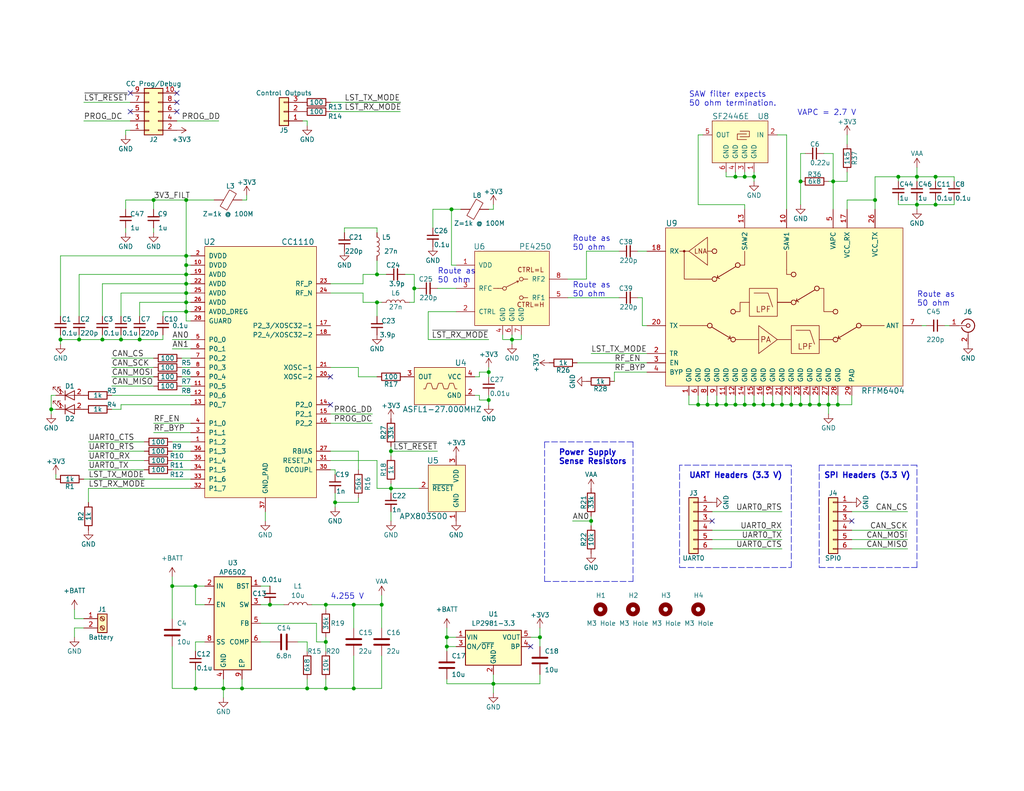
<source format=kicad_sch>
(kicad_sch (version 20210621) (generator eeschema)
  (paper "USLetter")
  (title_block (title "OpenLST Reference Design") (date "2021-07-11") (rev "2.5") (comment 1 "Drawn by Ryan Kingsbury, Modified by Nathan Kerns") (comment 2 "License") (comment 3 "This work is licensed under a Creative Commons Attribution-ShareAlike 4.0 International") (comment 4 "Copyright 2021 Nathan Kerns, Copyright 2018 Planet Labs Inc"))
  (junction (at 13.97 111.76) (diameter 0.9144))
  (junction (at 16.51 92.71) (diameter 0.9144))
  (junction (at 21.59 92.71) (diameter 0.9144))
  (junction (at 27.94 92.71) (diameter 0.9144))
  (junction (at 33.02 92.71) (diameter 0.9144))
  (junction (at 38.1 92.71) (diameter 0.9144))
  (junction (at 41.91 54.61) (diameter 0.9144))
  (junction (at 46.99 160.02) (diameter 0.9144))
  (junction (at 50.8 54.61) (diameter 0.9144))
  (junction (at 50.8 69.85) (diameter 0.9144))
  (junction (at 50.8 72.39) (diameter 0.9144))
  (junction (at 50.8 74.93) (diameter 0.9144))
  (junction (at 50.8 77.47) (diameter 0.9144))
  (junction (at 50.8 80.01) (diameter 0.9144))
  (junction (at 50.8 82.55) (diameter 0.9144))
  (junction (at 50.8 85.09) (diameter 0.9144))
  (junction (at 53.34 160.02) (diameter 0.9144))
  (junction (at 53.34 187.96) (diameter 0.9144))
  (junction (at 60.96 187.96) (diameter 0.9144))
  (junction (at 66.04 187.96) (diameter 0.9144))
  (junction (at 73.66 165.1) (diameter 0.9144))
  (junction (at 83.82 187.96) (diameter 0.9144))
  (junction (at 88.9 165.1) (diameter 0.9144))
  (junction (at 88.9 175.26) (diameter 0.9144))
  (junction (at 88.9 187.96) (diameter 0.9144))
  (junction (at 91.44 137.16) (diameter 0.9144))
  (junction (at 96.52 165.1) (diameter 0.9144))
  (junction (at 96.52 187.96) (diameter 0.9144))
  (junction (at 102.87 74.93) (diameter 0.9144))
  (junction (at 102.87 82.55) (diameter 0.9144))
  (junction (at 104.14 165.1) (diameter 0.9144))
  (junction (at 106.68 123.19) (diameter 0.9144))
  (junction (at 106.68 133.35) (diameter 0.9144))
  (junction (at 113.03 78.74) (diameter 0.9144))
  (junction (at 121.92 173.99) (diameter 0.9144))
  (junction (at 121.92 176.53) (diameter 0.9144))
  (junction (at 123.19 57.15) (diameter 0.9144))
  (junction (at 133.35 101.6) (diameter 0.9144))
  (junction (at 133.35 109.22) (diameter 0.9144))
  (junction (at 134.62 186.69) (diameter 0.9144))
  (junction (at 139.7 92.71) (diameter 0.9144))
  (junction (at 147.32 173.99) (diameter 0.9144))
  (junction (at 161.29 142.24) (diameter 0.9144))
  (junction (at 190.5 110.49) (diameter 0.9144))
  (junction (at 193.04 110.49) (diameter 0.9144))
  (junction (at 195.58 110.49) (diameter 0.9144))
  (junction (at 198.12 110.49) (diameter 0.9144))
  (junction (at 200.66 48.26) (diameter 0.9144))
  (junction (at 200.66 110.49) (diameter 0.9144))
  (junction (at 203.2 48.26) (diameter 0.9144))
  (junction (at 203.2 110.49) (diameter 0.9144))
  (junction (at 205.74 48.26) (diameter 0.9144))
  (junction (at 205.74 110.49) (diameter 0.9144))
  (junction (at 208.28 110.49) (diameter 0.9144))
  (junction (at 210.82 110.49) (diameter 0.9144))
  (junction (at 213.36 110.49) (diameter 0.9144))
  (junction (at 215.9 110.49) (diameter 0.9144))
  (junction (at 218.44 49.53) (diameter 0.9144))
  (junction (at 218.44 110.49) (diameter 0.9144))
  (junction (at 220.98 110.49) (diameter 0.9144))
  (junction (at 223.52 110.49) (diameter 0.9144))
  (junction (at 226.06 110.49) (diameter 0.9144))
  (junction (at 227.33 49.53) (diameter 0.9144))
  (junction (at 228.6 110.49) (diameter 0.9144))
  (junction (at 238.76 54.61) (diameter 0.9144))
  (junction (at 245.11 48.26) (diameter 0.9144))
  (junction (at 250.19 48.26) (diameter 0.9144))
  (junction (at 250.19 55.88) (diameter 0.9144))
  (junction (at 255.27 48.26) (diameter 0.9144))
  (junction (at 255.27 55.88) (diameter 0.9144))
  (no_connect (at 35.56 25.4))
  (no_connect (at 35.56 30.48))
  (no_connect (at 48.26 25.4))
  (no_connect (at 48.26 27.94))
  (no_connect (at 48.26 30.48))
  (no_connect (at 90.17 102.87))
  (no_connect (at 90.17 110.49))
  (no_connect (at 144.78 176.53))
  (no_connect (at 194.31 142.24))
  (no_connect (at 232.41 142.24))
  (wire (pts (xy 13.97 107.95) (xy 13.97 111.76)))
  (wire (pts (xy 13.97 111.76) (xy 13.97 113.03)))
  (wire (pts (xy 15.24 107.95) (xy 13.97 107.95)))
  (wire (pts (xy 15.24 111.76) (xy 13.97 111.76)))
  (wire (pts (xy 15.24 129.54) (xy 15.24 130.81)))
  (wire (pts (xy 16.51 69.85) (xy 50.8 69.85)))
  (wire (pts (xy 16.51 86.36) (xy 16.51 69.85)))
  (wire (pts (xy 16.51 91.44) (xy 16.51 92.71)))
  (wire (pts (xy 16.51 92.71) (xy 16.51 93.98)))
  (wire (pts (xy 16.51 92.71) (xy 21.59 92.71)))
  (wire (pts (xy 20.32 166.37) (xy 20.32 168.91)))
  (wire (pts (xy 20.32 168.91) (xy 22.86 168.91)))
  (wire (pts (xy 20.32 171.45) (xy 20.32 173.99)))
  (wire (pts (xy 21.59 74.93) (xy 50.8 74.93)))
  (wire (pts (xy 21.59 86.36) (xy 21.59 74.93)))
  (wire (pts (xy 21.59 92.71) (xy 21.59 91.44)))
  (wire (pts (xy 21.59 92.71) (xy 27.94 92.71)))
  (wire (pts (xy 22.86 33.02) (xy 35.56 33.02)))
  (wire (pts (xy 22.86 130.81) (xy 52.07 130.81)))
  (wire (pts (xy 22.86 171.45) (xy 20.32 171.45)))
  (wire (pts (xy 24.13 133.35) (xy 24.13 137.16)))
  (wire (pts (xy 24.13 133.35) (xy 52.07 133.35)))
  (wire (pts (xy 27.94 77.47) (xy 50.8 77.47)))
  (wire (pts (xy 27.94 86.36) (xy 27.94 77.47)))
  (wire (pts (xy 27.94 92.71) (xy 27.94 91.44)))
  (wire (pts (xy 27.94 92.71) (xy 33.02 92.71)))
  (wire (pts (xy 30.48 97.79) (xy 41.91 97.79)))
  (wire (pts (xy 30.48 100.33) (xy 41.91 100.33)))
  (wire (pts (xy 30.48 102.87) (xy 41.91 102.87)))
  (wire (pts (xy 30.48 105.41) (xy 41.91 105.41)))
  (wire (pts (xy 30.48 107.95) (xy 52.07 107.95)))
  (wire (pts (xy 30.48 111.76) (xy 33.02 111.76)))
  (wire (pts (xy 33.02 80.01) (xy 50.8 80.01)))
  (wire (pts (xy 33.02 86.36) (xy 33.02 80.01)))
  (wire (pts (xy 33.02 92.71) (xy 33.02 91.44)))
  (wire (pts (xy 33.02 92.71) (xy 38.1 92.71)))
  (wire (pts (xy 33.02 110.49) (xy 33.02 111.76)))
  (wire (pts (xy 34.29 35.56) (xy 35.56 35.56)))
  (wire (pts (xy 34.29 36.83) (xy 34.29 35.56)))
  (wire (pts (xy 34.29 54.61) (xy 41.91 54.61)))
  (wire (pts (xy 34.29 57.15) (xy 34.29 54.61)))
  (wire (pts (xy 34.29 63.5) (xy 34.29 62.23)))
  (wire (pts (xy 35.56 27.94) (xy 22.86 27.94)))
  (wire (pts (xy 38.1 82.55) (xy 50.8 82.55)))
  (wire (pts (xy 38.1 86.36) (xy 38.1 82.55)))
  (wire (pts (xy 38.1 92.71) (xy 38.1 91.44)))
  (wire (pts (xy 38.1 92.71) (xy 44.45 92.71)))
  (wire (pts (xy 39.37 120.65) (xy 24.13 120.65)))
  (wire (pts (xy 39.37 123.19) (xy 24.13 123.19)))
  (wire (pts (xy 39.37 125.73) (xy 24.13 125.73)))
  (wire (pts (xy 39.37 128.27) (xy 24.13 128.27)))
  (wire (pts (xy 41.91 54.61) (xy 41.91 57.15)))
  (wire (pts (xy 41.91 54.61) (xy 50.8 54.61)))
  (wire (pts (xy 41.91 62.23) (xy 41.91 63.5)))
  (wire (pts (xy 44.45 85.09) (xy 44.45 86.36)))
  (wire (pts (xy 44.45 85.09) (xy 50.8 85.09)))
  (wire (pts (xy 44.45 92.71) (xy 44.45 91.44)))
  (wire (pts (xy 46.99 120.65) (xy 52.07 120.65)))
  (wire (pts (xy 46.99 123.19) (xy 52.07 123.19)))
  (wire (pts (xy 46.99 125.73) (xy 52.07 125.73)))
  (wire (pts (xy 46.99 128.27) (xy 52.07 128.27)))
  (wire (pts (xy 46.99 157.48) (xy 46.99 160.02)))
  (wire (pts (xy 46.99 160.02) (xy 46.99 168.91)))
  (wire (pts (xy 46.99 160.02) (xy 53.34 160.02)))
  (wire (pts (xy 46.99 176.53) (xy 46.99 187.96)))
  (wire (pts (xy 46.99 187.96) (xy 53.34 187.96)))
  (wire (pts (xy 48.26 33.02) (xy 59.69 33.02)))
  (wire (pts (xy 49.53 97.79) (xy 52.07 97.79)))
  (wire (pts (xy 49.53 100.33) (xy 52.07 100.33)))
  (wire (pts (xy 49.53 102.87) (xy 52.07 102.87)))
  (wire (pts (xy 49.53 105.41) (xy 52.07 105.41)))
  (wire (pts (xy 50.8 54.61) (xy 50.8 69.85)))
  (wire (pts (xy 50.8 54.61) (xy 58.42 54.61)))
  (wire (pts (xy 50.8 69.85) (xy 50.8 72.39)))
  (wire (pts (xy 50.8 69.85) (xy 52.07 69.85)))
  (wire (pts (xy 50.8 72.39) (xy 50.8 74.93)))
  (wire (pts (xy 50.8 72.39) (xy 52.07 72.39)))
  (wire (pts (xy 50.8 74.93) (xy 50.8 77.47)))
  (wire (pts (xy 50.8 74.93) (xy 52.07 74.93)))
  (wire (pts (xy 50.8 77.47) (xy 50.8 80.01)))
  (wire (pts (xy 50.8 77.47) (xy 52.07 77.47)))
  (wire (pts (xy 50.8 80.01) (xy 50.8 82.55)))
  (wire (pts (xy 50.8 80.01) (xy 52.07 80.01)))
  (wire (pts (xy 50.8 82.55) (xy 50.8 85.09)))
  (wire (pts (xy 50.8 82.55) (xy 52.07 82.55)))
  (wire (pts (xy 50.8 85.09) (xy 50.8 87.63)))
  (wire (pts (xy 50.8 85.09) (xy 52.07 85.09)))
  (wire (pts (xy 50.8 87.63) (xy 52.07 87.63)))
  (wire (pts (xy 52.07 92.71) (xy 46.99 92.71)))
  (wire (pts (xy 52.07 95.25) (xy 46.99 95.25)))
  (wire (pts (xy 52.07 110.49) (xy 33.02 110.49)))
  (wire (pts (xy 52.07 115.57) (xy 41.91 115.57)))
  (wire (pts (xy 52.07 118.11) (xy 41.91 118.11)))
  (wire (pts (xy 53.34 160.02) (xy 53.34 165.1)))
  (wire (pts (xy 53.34 165.1) (xy 55.88 165.1)))
  (wire (pts (xy 53.34 175.26) (xy 55.88 175.26)))
  (wire (pts (xy 53.34 177.8) (xy 53.34 175.26)))
  (wire (pts (xy 53.34 187.96) (xy 53.34 182.88)))
  (wire (pts (xy 55.88 160.02) (xy 53.34 160.02)))
  (wire (pts (xy 60.96 185.42) (xy 60.96 187.96)))
  (wire (pts (xy 60.96 187.96) (xy 53.34 187.96)))
  (wire (pts (xy 60.96 187.96) (xy 60.96 190.5)))
  (wire (pts (xy 66.04 185.42) (xy 66.04 187.96)))
  (wire (pts (xy 66.04 187.96) (xy 60.96 187.96)))
  (wire (pts (xy 67.31 53.34) (xy 67.31 54.61)))
  (wire (pts (xy 67.31 54.61) (xy 66.04 54.61)))
  (wire (pts (xy 71.12 160.02) (xy 73.66 160.02)))
  (wire (pts (xy 71.12 165.1) (xy 73.66 165.1)))
  (wire (pts (xy 71.12 170.18) (xy 86.36 170.18)))
  (wire (pts (xy 71.12 175.26) (xy 73.66 175.26)))
  (wire (pts (xy 72.39 139.7) (xy 72.39 142.24)))
  (wire (pts (xy 73.66 165.1) (xy 77.47 165.1)))
  (wire (pts (xy 81.28 175.26) (xy 83.82 175.26)))
  (wire (pts (xy 82.55 33.02) (xy 83.82 33.02)))
  (wire (pts (xy 83.82 33.02) (xy 83.82 34.29)))
  (wire (pts (xy 83.82 175.26) (xy 83.82 177.8)))
  (wire (pts (xy 83.82 185.42) (xy 83.82 187.96)))
  (wire (pts (xy 83.82 187.96) (xy 66.04 187.96)))
  (wire (pts (xy 85.09 165.1) (xy 88.9 165.1)))
  (wire (pts (xy 86.36 170.18) (xy 86.36 175.26)))
  (wire (pts (xy 86.36 175.26) (xy 88.9 175.26)))
  (wire (pts (xy 88.9 165.1) (xy 88.9 166.37)))
  (wire (pts (xy 88.9 173.99) (xy 88.9 175.26)))
  (wire (pts (xy 88.9 175.26) (xy 88.9 177.8)))
  (wire (pts (xy 88.9 185.42) (xy 88.9 187.96)))
  (wire (pts (xy 88.9 187.96) (xy 83.82 187.96)))
  (wire (pts (xy 90.17 27.94) (xy 109.22 27.94)))
  (wire (pts (xy 90.17 30.48) (xy 109.22 30.48)))
  (wire (pts (xy 90.17 100.33) (xy 97.79 100.33)))
  (wire (pts (xy 90.17 113.03) (xy 101.6 113.03)))
  (wire (pts (xy 90.17 115.57) (xy 101.6 115.57)))
  (wire (pts (xy 90.17 123.19) (xy 97.79 123.19)))
  (wire (pts (xy 90.17 125.73) (xy 102.87 125.73)))
  (wire (pts (xy 90.17 128.27) (xy 91.44 128.27)))
  (wire (pts (xy 91.44 128.27) (xy 91.44 129.54)))
  (wire (pts (xy 91.44 134.62) (xy 91.44 137.16)))
  (wire (pts (xy 91.44 137.16) (xy 91.44 138.43)))
  (wire (pts (xy 93.98 62.23) (xy 93.98 63.5)))
  (wire (pts (xy 96.52 165.1) (xy 88.9 165.1)))
  (wire (pts (xy 96.52 171.45) (xy 96.52 165.1)))
  (wire (pts (xy 96.52 179.07) (xy 96.52 187.96)))
  (wire (pts (xy 96.52 187.96) (xy 88.9 187.96)))
  (wire (pts (xy 97.79 100.33) (xy 97.79 102.87)))
  (wire (pts (xy 97.79 102.87) (xy 102.87 102.87)))
  (wire (pts (xy 97.79 123.19) (xy 97.79 128.27)))
  (wire (pts (xy 97.79 135.89) (xy 97.79 137.16)))
  (wire (pts (xy 97.79 137.16) (xy 91.44 137.16)))
  (wire (pts (xy 99.06 74.93) (xy 102.87 74.93)))
  (wire (pts (xy 99.06 77.47) (xy 90.17 77.47)))
  (wire (pts (xy 99.06 77.47) (xy 99.06 74.93)))
  (wire (pts (xy 99.06 80.01) (xy 90.17 80.01)))
  (wire (pts (xy 99.06 82.55) (xy 99.06 80.01)))
  (wire (pts (xy 99.06 82.55) (xy 102.87 82.55)))
  (wire (pts (xy 102.87 62.23) (xy 93.98 62.23)))
  (wire (pts (xy 102.87 63.5) (xy 102.87 62.23)))
  (wire (pts (xy 102.87 74.93) (xy 102.87 71.12)))
  (wire (pts (xy 102.87 74.93) (xy 105.41 74.93)))
  (wire (pts (xy 102.87 82.55) (xy 102.87 86.36)))
  (wire (pts (xy 102.87 82.55) (xy 104.14 82.55)))
  (wire (pts (xy 102.87 125.73) (xy 102.87 133.35)))
  (wire (pts (xy 102.87 133.35) (xy 106.68 133.35)))
  (wire (pts (xy 104.14 162.56) (xy 104.14 165.1)))
  (wire (pts (xy 104.14 165.1) (xy 96.52 165.1)))
  (wire (pts (xy 104.14 171.45) (xy 104.14 165.1)))
  (wire (pts (xy 104.14 179.07) (xy 104.14 187.96)))
  (wire (pts (xy 104.14 187.96) (xy 96.52 187.96)))
  (wire (pts (xy 106.68 121.92) (xy 106.68 123.19)))
  (wire (pts (xy 106.68 123.19) (xy 106.68 124.46)))
  (wire (pts (xy 106.68 123.19) (xy 119.38 123.19)))
  (wire (pts (xy 106.68 132.08) (xy 106.68 133.35)))
  (wire (pts (xy 106.68 133.35) (xy 106.68 134.62)))
  (wire (pts (xy 106.68 133.35) (xy 114.3 133.35)))
  (wire (pts (xy 106.68 139.7) (xy 106.68 142.24)))
  (wire (pts (xy 113.03 74.93) (xy 110.49 74.93)))
  (wire (pts (xy 113.03 74.93) (xy 113.03 78.74)))
  (wire (pts (xy 113.03 78.74) (xy 113.03 82.55)))
  (wire (pts (xy 113.03 82.55) (xy 111.76 82.55)))
  (wire (pts (xy 114.3 78.74) (xy 113.03 78.74)))
  (wire (pts (xy 116.84 85.09) (xy 116.84 92.71)))
  (wire (pts (xy 116.84 92.71) (xy 133.35 92.71)))
  (wire (pts (xy 118.11 57.15) (xy 123.19 57.15)))
  (wire (pts (xy 118.11 62.23) (xy 118.11 57.15)))
  (wire (pts (xy 119.38 78.74) (xy 124.46 78.74)))
  (wire (pts (xy 121.92 171.45) (xy 121.92 173.99)))
  (wire (pts (xy 121.92 173.99) (xy 124.46 173.99)))
  (wire (pts (xy 121.92 176.53) (xy 121.92 173.99)))
  (wire (pts (xy 121.92 176.53) (xy 121.92 177.8)))
  (wire (pts (xy 121.92 185.42) (xy 121.92 186.69)))
  (wire (pts (xy 121.92 186.69) (xy 134.62 186.69)))
  (wire (pts (xy 123.19 57.15) (xy 123.19 72.39)))
  (wire (pts (xy 123.19 57.15) (xy 125.73 57.15)))
  (wire (pts (xy 123.19 72.39) (xy 124.46 72.39)))
  (wire (pts (xy 124.46 85.09) (xy 116.84 85.09)))
  (wire (pts (xy 124.46 176.53) (xy 121.92 176.53)))
  (wire (pts (xy 129.54 102.87) (xy 130.81 102.87)))
  (wire (pts (xy 129.54 107.95) (xy 130.81 107.95)))
  (wire (pts (xy 130.81 101.6) (xy 133.35 101.6)))
  (wire (pts (xy 130.81 102.87) (xy 130.81 101.6)))
  (wire (pts (xy 130.81 107.95) (xy 130.81 109.22)))
  (wire (pts (xy 130.81 109.22) (xy 133.35 109.22)))
  (wire (pts (xy 133.35 100.33) (xy 133.35 101.6)))
  (wire (pts (xy 133.35 101.6) (xy 133.35 102.87)))
  (wire (pts (xy 133.35 107.95) (xy 133.35 109.22)))
  (wire (pts (xy 133.35 109.22) (xy 133.35 110.49)))
  (wire (pts (xy 134.62 55.88) (xy 134.62 57.15)))
  (wire (pts (xy 134.62 57.15) (xy 133.35 57.15)))
  (wire (pts (xy 134.62 186.69) (xy 134.62 184.15)))
  (wire (pts (xy 134.62 186.69) (xy 134.62 189.23)))
  (wire (pts (xy 137.16 92.71) (xy 137.16 91.44)))
  (wire (pts (xy 139.7 91.44) (xy 139.7 92.71)))
  (wire (pts (xy 139.7 92.71) (xy 137.16 92.71)))
  (wire (pts (xy 139.7 93.98) (xy 139.7 92.71)))
  (wire (pts (xy 142.24 91.44) (xy 142.24 92.71)))
  (wire (pts (xy 142.24 92.71) (xy 139.7 92.71)))
  (wire (pts (xy 144.78 173.99) (xy 147.32 173.99)))
  (wire (pts (xy 147.32 171.45) (xy 147.32 173.99)))
  (wire (pts (xy 147.32 173.99) (xy 147.32 176.53)))
  (wire (pts (xy 147.32 184.15) (xy 147.32 186.69)))
  (wire (pts (xy 147.32 186.69) (xy 134.62 186.69)))
  (wire (pts (xy 154.94 81.28) (xy 168.91 81.28)))
  (wire (pts (xy 157.48 99.06) (xy 176.53 99.06)))
  (wire (pts (xy 160.02 68.58) (xy 160.02 76.2)))
  (wire (pts (xy 160.02 76.2) (xy 154.94 76.2)))
  (wire (pts (xy 161.29 140.97) (xy 161.29 142.24)))
  (wire (pts (xy 161.29 142.24) (xy 156.21 142.24)))
  (wire (pts (xy 161.29 142.24) (xy 161.29 143.51)))
  (wire (pts (xy 167.64 101.6) (xy 167.64 104.14)))
  (wire (pts (xy 167.64 101.6) (xy 176.53 101.6)))
  (wire (pts (xy 168.91 68.58) (xy 160.02 68.58)))
  (wire (pts (xy 173.99 68.58) (xy 176.53 68.58)))
  (wire (pts (xy 173.99 81.28) (xy 175.26 81.28)))
  (wire (pts (xy 175.26 81.28) (xy 175.26 88.9)))
  (wire (pts (xy 175.26 88.9) (xy 176.53 88.9)))
  (wire (pts (xy 176.53 96.52) (xy 161.29 96.52)))
  (wire (pts (xy 187.96 107.95) (xy 187.96 110.49)))
  (wire (pts (xy 187.96 110.49) (xy 190.5 110.49)))
  (wire (pts (xy 190.5 36.83) (xy 190.5 55.88)))
  (wire (pts (xy 190.5 55.88) (xy 203.2 55.88)))
  (wire (pts (xy 190.5 107.95) (xy 190.5 110.49)))
  (wire (pts (xy 190.5 110.49) (xy 193.04 110.49)))
  (wire (pts (xy 191.77 36.83) (xy 190.5 36.83)))
  (wire (pts (xy 193.04 107.95) (xy 193.04 110.49)))
  (wire (pts (xy 193.04 110.49) (xy 195.58 110.49)))
  (wire (pts (xy 194.31 139.7) (xy 213.36 139.7)))
  (wire (pts (xy 194.31 144.78) (xy 213.36 144.78)))
  (wire (pts (xy 194.31 147.32) (xy 213.36 147.32)))
  (wire (pts (xy 194.31 149.86) (xy 213.36 149.86)))
  (wire (pts (xy 195.58 107.95) (xy 195.58 110.49)))
  (wire (pts (xy 198.12 46.99) (xy 198.12 48.26)))
  (wire (pts (xy 198.12 48.26) (xy 200.66 48.26)))
  (wire (pts (xy 198.12 107.95) (xy 198.12 110.49)))
  (wire (pts (xy 198.12 110.49) (xy 195.58 110.49)))
  (wire (pts (xy 198.12 110.49) (xy 200.66 110.49)))
  (wire (pts (xy 200.66 48.26) (xy 200.66 46.99)))
  (wire (pts (xy 200.66 48.26) (xy 203.2 48.26)))
  (wire (pts (xy 200.66 107.95) (xy 200.66 110.49)))
  (wire (pts (xy 200.66 110.49) (xy 203.2 110.49)))
  (wire (pts (xy 203.2 46.99) (xy 203.2 48.26)))
  (wire (pts (xy 203.2 48.26) (xy 205.74 48.26)))
  (wire (pts (xy 203.2 55.88) (xy 203.2 57.15)))
  (wire (pts (xy 203.2 107.95) (xy 203.2 110.49)))
  (wire (pts (xy 203.2 110.49) (xy 205.74 110.49)))
  (wire (pts (xy 205.74 46.99) (xy 205.74 48.26)))
  (wire (pts (xy 205.74 48.26) (xy 205.74 49.53)))
  (wire (pts (xy 205.74 107.95) (xy 205.74 110.49)))
  (wire (pts (xy 205.74 110.49) (xy 208.28 110.49)))
  (wire (pts (xy 208.28 107.95) (xy 208.28 110.49)))
  (wire (pts (xy 208.28 110.49) (xy 210.82 110.49)))
  (wire (pts (xy 210.82 107.95) (xy 210.82 110.49)))
  (wire (pts (xy 210.82 110.49) (xy 213.36 110.49)))
  (wire (pts (xy 212.09 36.83) (xy 214.63 36.83)))
  (wire (pts (xy 213.36 107.95) (xy 213.36 110.49)))
  (wire (pts (xy 213.36 110.49) (xy 215.9 110.49)))
  (wire (pts (xy 214.63 36.83) (xy 214.63 57.15)))
  (wire (pts (xy 215.9 107.95) (xy 215.9 110.49)))
  (wire (pts (xy 215.9 110.49) (xy 218.44 110.49)))
  (wire (pts (xy 218.44 41.91) (xy 218.44 49.53)))
  (wire (pts (xy 218.44 49.53) (xy 218.44 55.88)))
  (wire (pts (xy 218.44 107.95) (xy 218.44 110.49)))
  (wire (pts (xy 218.44 110.49) (xy 220.98 110.49)))
  (wire (pts (xy 219.71 41.91) (xy 218.44 41.91)))
  (wire (pts (xy 220.98 107.95) (xy 220.98 110.49)))
  (wire (pts (xy 220.98 110.49) (xy 223.52 110.49)))
  (wire (pts (xy 223.52 107.95) (xy 223.52 110.49)))
  (wire (pts (xy 223.52 110.49) (xy 226.06 110.49)))
  (wire (pts (xy 224.79 41.91) (xy 227.33 41.91)))
  (wire (pts (xy 226.06 49.53) (xy 227.33 49.53)))
  (wire (pts (xy 226.06 107.95) (xy 226.06 110.49)))
  (wire (pts (xy 226.06 110.49) (xy 226.06 113.03)))
  (wire (pts (xy 226.06 110.49) (xy 228.6 110.49)))
  (wire (pts (xy 227.33 41.91) (xy 227.33 49.53)))
  (wire (pts (xy 227.33 49.53) (xy 227.33 57.15)))
  (wire (pts (xy 227.33 49.53) (xy 231.14 49.53)))
  (wire (pts (xy 228.6 107.95) (xy 228.6 110.49)))
  (wire (pts (xy 228.6 110.49) (xy 232.41 110.49)))
  (wire (pts (xy 231.14 36.83) (xy 231.14 39.37)))
  (wire (pts (xy 231.14 46.99) (xy 231.14 49.53)))
  (wire (pts (xy 231.14 54.61) (xy 238.76 54.61)))
  (wire (pts (xy 231.14 57.15) (xy 231.14 54.61)))
  (wire (pts (xy 232.41 107.95) (xy 232.41 110.49)))
  (wire (pts (xy 232.41 139.7) (xy 247.65 139.7)))
  (wire (pts (xy 232.41 144.78) (xy 247.65 144.78)))
  (wire (pts (xy 232.41 147.32) (xy 247.65 147.32)))
  (wire (pts (xy 232.41 149.86) (xy 247.65 149.86)))
  (wire (pts (xy 238.76 48.26) (xy 238.76 54.61)))
  (wire (pts (xy 238.76 48.26) (xy 245.11 48.26)))
  (wire (pts (xy 238.76 54.61) (xy 238.76 57.15)))
  (wire (pts (xy 245.11 48.26) (xy 250.19 48.26)))
  (wire (pts (xy 245.11 49.53) (xy 245.11 48.26)))
  (wire (pts (xy 245.11 54.61) (xy 245.11 55.88)))
  (wire (pts (xy 245.11 55.88) (xy 250.19 55.88)))
  (wire (pts (xy 250.19 45.72) (xy 250.19 48.26)))
  (wire (pts (xy 250.19 48.26) (xy 250.19 49.53)))
  (wire (pts (xy 250.19 48.26) (xy 255.27 48.26)))
  (wire (pts (xy 250.19 54.61) (xy 250.19 55.88)))
  (wire (pts (xy 250.19 55.88) (xy 250.19 57.15)))
  (wire (pts (xy 250.19 55.88) (xy 255.27 55.88)))
  (wire (pts (xy 251.46 88.9) (xy 252.73 88.9)))
  (wire (pts (xy 255.27 48.26) (xy 255.27 49.53)))
  (wire (pts (xy 255.27 55.88) (xy 255.27 54.61)))
  (wire (pts (xy 255.27 55.88) (xy 260.35 55.88)))
  (wire (pts (xy 257.81 88.9) (xy 259.08 88.9)))
  (wire (pts (xy 260.35 48.26) (xy 255.27 48.26)))
  (wire (pts (xy 260.35 49.53) (xy 260.35 48.26)))
  (wire (pts (xy 260.35 55.88) (xy 260.35 54.61)))
  (polyline (pts (xy 148.59 120.65) (xy 148.59 158.75)) (stroke (width 0) (type dash)))
  (polyline (pts (xy 148.59 158.75) (xy 172.72 158.75)) (stroke (width 0) (type dash)))
  (polyline (pts (xy 172.72 120.65) (xy 148.59 120.65)) (stroke (width 0) (type dash)))
  (polyline (pts (xy 172.72 158.75) (xy 172.72 120.65)) (stroke (width 0) (type dash)))
  (polyline (pts (xy 185.42 127) (xy 185.42 154.94)) (stroke (width 0) (type dash)))
  (polyline (pts (xy 185.42 154.94) (xy 215.9 154.94)) (stroke (width 0) (type dash)))
  (polyline (pts (xy 215.9 127) (xy 185.42 127)) (stroke (width 0) (type dash)))
  (polyline (pts (xy 215.9 154.94) (xy 215.9 127)) (stroke (width 0) (type dash)))
  (polyline (pts (xy 223.52 127) (xy 223.52 154.94)) (stroke (width 0) (type dash)))
  (polyline (pts (xy 223.52 154.94) (xy 250.19 154.94)) (stroke (width 0) (type dash)))
  (polyline (pts (xy 250.19 127) (xy 223.52 127)) (stroke (width 0) (type dash)))
  (polyline (pts (xy 250.19 154.94) (xy 250.19 127)) (stroke (width 0) (type dash)))
  (text "4.255 V" (at 90.17 163.83 0) (effects (font (size 1.524 1.524)) (justify left bottom)))
  (text "Route as\n50 ohm" (at 119.38 77.47 0) (effects (font (size 1.524 1.524)) (justify left bottom)))
  (text "Power Supply\nSense Resistors" (at 152.4 127 0) (effects (font (size 1.524 1.524) (thickness 0.3048) bold) (justify left bottom)))
  (text "Route as\n50 ohm" (at 156.21 68.58 0) (effects (font (size 1.524 1.524)) (justify left bottom)))
  (text "Route as\n50 ohm" (at 156.21 81.28 0) (effects (font (size 1.524 1.524)) (justify left bottom)))
  (text "SAW filter expects\n50 ohm termination." (at 187.96 29.21 0) (effects (font (size 1.524 1.524)) (justify left bottom)))
  (text "UART Headers (3.3 V)" (at 187.96 130.81 0) (effects (font (size 1.524 1.524) (thickness 0.3048) bold) (justify left bottom)))
  (text "SPI Headers (3.3 V)" (at 224.79 130.81 0) (effects (font (size 1.524 1.524) (thickness 0.3048) bold) (justify left bottom)))
  (text "VAPC = 2.7 V" (at 233.68 31.75 180) (effects (font (size 1.524 1.524)) (justify right bottom)))
  (text "Route as\n50 ohm" (at 250.19 83.82 0) (effects (font (size 1.524 1.524)) (justify left bottom)))
  (label "~{LST_RESET}" (at 22.86 27.94 0) (effects (font (size 1.524 1.524))))
  (label "PROG_DC" (at 22.86 33.02 0) (effects (font (size 1.524 1.524))))
  (label "UART0_CTS" (at 24.13 120.65 0) (effects (font (size 1.524 1.524))))
  (label "UART0_RTS" (at 24.13 123.19 0) (effects (font (size 1.524 1.524))))
  (label "UART0_RX" (at 24.13 125.73 0) (effects (font (size 1.524 1.524))))
  (label "UART0_TX" (at 24.13 128.27 0) (effects (font (size 1.524 1.524))))
  (label "LST_TX_MODE" (at 24.13 130.81 0) (effects (font (size 1.524 1.524))))
  (label "~{LST_RX_MODE}" (at 24.13 133.35 0) (effects (font (size 1.524 1.524))))
  (label "CAN_CS" (at 30.48 97.79 0) (effects (font (size 1.524 1.524))))
  (label "CAN_SCK" (at 30.48 100.33 0) (effects (font (size 1.524 1.524))))
  (label "CAN_MOSI" (at 30.48 102.87 0) (effects (font (size 1.524 1.524))))
  (label "CAN_MISO" (at 30.48 105.41 0) (effects (font (size 1.524 1.524))))
  (label "3V3_FILT" (at 41.91 54.61 0) (effects (font (size 1.524 1.524))))
  (label "RF_EN" (at 41.91 115.57 0) (effects (font (size 1.524 1.524))))
  (label "RF_BYP" (at 41.91 118.11 0) (effects (font (size 1.524 1.524))))
  (label "AN0" (at 46.99 92.71 0) (effects (font (size 1.524 1.524))))
  (label "AN1" (at 46.99 95.25 0) (effects (font (size 1.524 1.524))))
  (label "PROG_DD" (at 49.53 33.02 0) (effects (font (size 1.524 1.524))))
  (label "LST_TX_MODE" (at 93.98 27.94 0) (effects (font (size 1.524 1.524))))
  (label "~{LST_RX_MODE}" (at 93.98 30.48 0) (effects (font (size 1.524 1.524))))
  (label "PROG_DD" (at 101.6 113.03 180) (effects (font (size 1.524 1.524))))
  (label "PROG_DC" (at 101.6 115.57 180) (effects (font (size 1.524 1.524))))
  (label "~{LST_RESET}" (at 119.38 123.19 180) (effects (font (size 1.524 1.524))))
  (label "~{LST_RX_MODE}" (at 133.35 92.71 180) (effects (font (size 1.524 1.524))))
  (label "AN0" (at 156.21 142.24 0) (effects (font (size 1.524 1.524))))
  (label "LST_TX_MODE" (at 161.29 96.52 0) (effects (font (size 1.524 1.524))))
  (label "RF_EN" (at 167.64 99.06 0) (effects (font (size 1.524 1.524))))
  (label "RF_BYP" (at 167.64 101.6 0) (effects (font (size 1.524 1.524))))
  (label "UART0_RTS" (at 213.36 139.7 180) (effects (font (size 1.524 1.524))))
  (label "UART0_RX" (at 213.36 144.78 180) (effects (font (size 1.524 1.524))))
  (label "UART0_TX" (at 213.36 147.32 180) (effects (font (size 1.524 1.524))))
  (label "UART0_CTS" (at 213.36 149.86 180) (effects (font (size 1.524 1.524))))
  (label "CAN_CS" (at 247.65 139.7 180) (effects (font (size 1.524 1.524))))
  (label "CAN_SCK" (at 247.65 144.78 180) (effects (font (size 1.524 1.524))))
  (label "CAN_MOSI" (at 247.65 147.32 180) (effects (font (size 1.524 1.524))))
  (label "CAN_MISO" (at 247.65 149.86 180) (effects (font (size 1.524 1.524))))
  (symbol (lib_id "openlst-hw:+3.3V") (at 15.24 129.54 0) (unit 1)
    (property "Reference" "#PWR031" (effects hide))
    (property "Value" "+3.3V" (at 15.24 125.984 0))
  )
  (symbol (lib_id "power:+BATT") (at 20.32 166.37 0) (unit 1)
    (property "Reference" "#PWR02" (effects hide))
    (property "Value" "+BATT" (at 20.32 161.29 0))
  )
  (symbol (lib_id "power:+BATT") (at 46.99 157.48 0) (unit 1)
    (property "Reference" "#PWR07" (effects hide))
    (property "Value" "+BATT" (at 46.99 152.4 0))
  )
  (symbol (lib_id "openlst-hw:+3.3V") (at 48.26 35.56 270) (unit 1)
    (property "Reference" "#PWR033" (effects hide))
    (property "Value" "+3.3V" (at 49.53 38.1 90))
  )
  (symbol (lib_id "openlst-hw:+3.3V") (at 67.31 53.34 0) (unit 1)
    (property "Reference" "#PWR042" (effects hide))
    (property "Value" "+3.3V" (at 67.31 49.784 0))
  )
  (symbol (lib_id "power:VAA") (at 104.14 162.56 0) (unit 1)
    (property "Reference" "#PWR011" (effects hide))
    (property "Value" "VAA" (at 104.14 158.75 0))
  )
  (symbol (lib_id "openlst-hw:+3.3V") (at 106.68 114.3 0) (unit 1)
    (property "Reference" "#PWR055" (effects hide))
    (property "Value" "+3.3V" (at 106.68 110.744 0))
  )
  (symbol (lib_id "power:+BATT") (at 121.92 171.45 0) (unit 1)
    (property "Reference" "#PWR012" (effects hide))
    (property "Value" "+BATT" (at 121.92 166.37 0))
  )
  (symbol (lib_id "openlst-hw:+3.3V") (at 124.46 124.46 0) (unit 1)
    (property "Reference" "#PWR036" (effects hide))
    (property "Value" "+3.3V" (at 124.46 120.904 0))
  )
  (symbol (lib_id "openlst-hw:+3.3V") (at 133.35 100.33 0) (unit 1)
    (property "Reference" "#PWR034" (effects hide))
    (property "Value" "+3.3V" (at 133.35 96.774 0))
  )
  (symbol (lib_id "openlst-hw:+3.3V") (at 134.62 55.88 0) (unit 1)
    (property "Reference" "#PWR050" (effects hide))
    (property "Value" "+3.3V" (at 134.62 52.324 0))
  )
  (symbol (lib_id "openlst-hw:+3.3V") (at 147.32 171.45 0) (unit 1)
    (property "Reference" "#PWR014" (effects hide))
    (property "Value" "+3.3V" (at 147.32 167.894 0))
  )
  (symbol (lib_id "openlst-hw:+3.3V") (at 149.86 99.06 90) (unit 1)
    (property "Reference" "#PWR0101" (effects hide))
    (property "Value" "+3.3V" (at 146.304 99.06 0))
  )
  (symbol (lib_id "power:VAA") (at 161.29 133.35 0) (unit 1)
    (property "Reference" "#PWR020" (effects hide))
    (property "Value" "VAA" (at 161.29 129.54 0))
  )
  (symbol (lib_id "openlst-hw:+3.3V") (at 231.14 36.83 0) (unit 1)
    (property "Reference" "#PWR028" (effects hide))
    (property "Value" "+3.3V" (at 231.14 33.274 0))
  )
  (symbol (lib_id "power:VAA") (at 250.19 45.72 0) (unit 1)
    (property "Reference" "#PWR021" (effects hide))
    (property "Value" "VAA" (at 250.19 41.91 0))
  )
  (symbol (lib_id "openlst-hw:GND") (at 13.97 113.03 0) (mirror y) (unit 1)
    (property "Reference" "#PWR037" (effects hide))
    (property "Value" "GND" (at 13.97 116.84 0))
  )
  (symbol (lib_id "openlst-hw:GND") (at 16.51 93.98 0) (unit 1)
    (property "Reference" "#PWR043" (effects hide))
    (property "Value" "GND" (at 16.51 97.79 0))
  )
  (symbol (lib_id "openlst-hw:GND") (at 20.32 173.99 0) (unit 1)
    (property "Reference" "#PWR05" (effects hide))
    (property "Value" "GND" (at 20.32 177.8 0))
  )
  (symbol (lib_id "openlst-hw:GND") (at 24.13 144.78 0) (mirror y) (unit 1)
    (property "Reference" "#PWR062" (effects hide))
    (property "Value" "GND" (at 24.13 148.59 0))
  )
  (symbol (lib_id "openlst-hw:GND") (at 34.29 36.83 0) (unit 1)
    (property "Reference" "#PWR032" (effects hide))
    (property "Value" "GND" (at 34.29 40.64 0))
  )
  (symbol (lib_id "openlst-hw:GND") (at 34.29 63.5 0) (unit 1)
    (property "Reference" "#PWR053" (effects hide))
    (property "Value" "GND" (at 34.29 67.31 0))
  )
  (symbol (lib_id "openlst-hw:GND") (at 41.91 63.5 0) (unit 1)
    (property "Reference" "#PWR044" (effects hide))
    (property "Value" "GND" (at 41.91 67.31 0))
  )
  (symbol (lib_id "openlst-hw:GND") (at 60.96 190.5 0) (unit 1)
    (property "Reference" "#PWR010" (effects hide))
    (property "Value" "GND" (at 60.96 194.31 0))
  )
  (symbol (lib_id "openlst-hw:GND") (at 72.39 142.24 0) (unit 1)
    (property "Reference" "#PWR09" (effects hide))
    (property "Value" "GND" (at 72.39 146.05 0))
  )
  (symbol (lib_id "openlst-hw:GND") (at 83.82 34.29 0) (unit 1)
    (property "Reference" "#PWR054" (effects hide))
    (property "Value" "GND" (at 83.82 38.1 0))
  )
  (symbol (lib_id "openlst-hw:GND") (at 91.44 138.43 0) (unit 1)
    (property "Reference" "#PWR025" (effects hide))
    (property "Value" "GND" (at 91.44 142.24 0))
  )
  (symbol (lib_id "openlst-hw:GND") (at 93.98 68.58 0) (unit 1)
    (property "Reference" "#PWR04" (effects hide))
    (property "Value" "GND" (at 93.98 72.39 0))
  )
  (symbol (lib_id "openlst-hw:GND") (at 102.87 91.44 0) (unit 1)
    (property "Reference" "#PWR08" (effects hide))
    (property "Value" "GND" (at 102.87 95.25 0))
  )
  (symbol (lib_id "openlst-hw:GND") (at 106.68 142.24 0) (unit 1)
    (property "Reference" "#PWR026" (effects hide))
    (property "Value" "GND" (at 106.68 146.05 0))
  )
  (symbol (lib_id "openlst-hw:GND") (at 118.11 67.31 0) (unit 1)
    (property "Reference" "#PWR051" (effects hide))
    (property "Value" "GND" (at 118.11 71.12 0))
  )
  (symbol (lib_id "openlst-hw:GND") (at 124.46 142.24 0) (unit 1)
    (property "Reference" "#PWR027" (effects hide))
    (property "Value" "GND" (at 124.46 146.05 0))
  )
  (symbol (lib_id "openlst-hw:GND") (at 133.35 110.49 0) (unit 1)
    (property "Reference" "#PWR035" (effects hide))
    (property "Value" "GND" (at 133.35 114.3 0))
  )
  (symbol (lib_id "openlst-hw:GND") (at 134.62 189.23 0) (unit 1)
    (property "Reference" "#PWR013" (effects hide))
    (property "Value" "GND" (at 134.62 193.04 0))
  )
  (symbol (lib_id "openlst-hw:GND") (at 139.7 93.98 0) (unit 1)
    (property "Reference" "#PWR03" (effects hide))
    (property "Value" "GND" (at 139.7 97.79 0))
  )
  (symbol (lib_id "openlst-hw:GND") (at 160.02 104.14 270) (unit 1)
    (property "Reference" "#PWR030" (effects hide))
    (property "Value" "GND" (at 156.21 104.14 0))
  )
  (symbol (lib_id "openlst-hw:GND") (at 161.29 151.13 0) (unit 1)
    (property "Reference" "#PWR045" (effects hide))
    (property "Value" "GND" (at 161.29 154.94 0))
  )
  (symbol (lib_id "openlst-hw:GND") (at 194.31 137.16 90) (unit 1)
    (property "Reference" "#PWR038" (effects hide))
    (property "Value" "GND" (at 198.12 137.16 0))
  )
  (symbol (lib_id "openlst-hw:GND") (at 205.74 49.53 0) (unit 1)
    (property "Reference" "#PWR049" (effects hide))
    (property "Value" "GND" (at 205.74 53.34 0))
  )
  (symbol (lib_id "openlst-hw:GND") (at 218.44 55.88 0) (unit 1)
    (property "Reference" "#PWR024" (effects hide))
    (property "Value" "GND" (at 218.44 59.69 0))
  )
  (symbol (lib_id "openlst-hw:GND") (at 226.06 113.03 0) (unit 1)
    (property "Reference" "#PWR06" (effects hide))
    (property "Value" "GND" (at 226.06 116.84 0))
  )
  (symbol (lib_id "openlst-hw:GND") (at 232.41 137.16 90) (unit 1)
    (property "Reference" "#PWR0102" (effects hide))
    (property "Value" "GND" (at 236.22 137.16 0))
  )
  (symbol (lib_id "openlst-hw:GND") (at 250.19 57.15 0) (unit 1)
    (property "Reference" "#PWR056" (effects hide))
    (property "Value" "GND" (at 250.19 60.96 0))
  )
  (symbol (lib_id "openlst-hw:GND") (at 264.16 93.98 0) (unit 1)
    (property "Reference" "#PWR01" (effects hide))
    (property "Value" "GND" (at 264.16 97.79 0))
  )
  (symbol (lib_id "Device:L") (at 81.28 165.1 90) (unit 1)
    (property "Reference" "L1" (at 81.28 160.02 90))
    (property "Value" "10u" (at 81.28 162.56 90))
    (property "Footprint" "Inductor_SMD:L_Vishay_IFSC-1515AH_4x4x1.8mm" (effects hide))
    (property "Datasheet" "https://abracon.com/Magnetics/power/ASPI-4030S.pdf" (effects hide))
    (property "Manuf" "Abracon" (effects hide))
    (property "ManufPN" "ASPI-4030S-100M-T" (effects hide))
    (property "Supplier" "Digikey" (effects hide))
    (property "SupplierPN" "535-12314-1-ND" (effects hide))
  )
  (symbol (lib_id "openlst-hw:L") (at 102.87 67.31 0) (unit 1)
    (property "Reference" "L5" (at 105.41 64.77 0))
    (property "Value" "27n" (at 106.68 68.58 0))
    (property "Footprint" "Inductor_SMD:L_0402_1005Metric" (effects hide))
    (property "Manuf" "Murata" (effects hide))
    (property "ManufPN" "LQW15AN27NJ00D" (effects hide))
    (property "Supplier" "Digikey" (effects hide))
    (property "SupplierPN" "490-1151-1-ND" (effects hide))
  )
  (symbol (lib_id "openlst-hw:L") (at 107.95 82.55 90) (unit 1)
    (property "Reference" "L6" (at 107.95 80.01 90))
    (property "Value" "27n" (at 107.95 83.82 90))
    (property "Footprint" "Inductor_SMD:L_0402_1005Metric" (effects hide))
    (property "Manuf" "Murata" (effects hide))
    (property "ManufPN" "LQW15AN27NJ00D" (effects hide))
    (property "Supplier" "Digikey" (effects hide))
    (property "SupplierPN" "490-1151-1-ND" (effects hide))
  )
  (symbol (lib_id "Mechanical:MountingHole") (at 163.83 166.37 0) (unit 1)
    (property "Reference" "H1" (at 162.56 162.5599 0) (effects (justify left)))
    (property "Value" "M3 Hole" (at 160.02 170.1799 0) (effects (justify left)))
    (property "Footprint" "MountingHole:MountingHole_3.2mm_M3" (effects hide))
  )
  (symbol (lib_id "Mechanical:MountingHole") (at 172.72 166.37 0) (unit 1)
    (property "Reference" "H2" (at 171.45 162.5599 0) (effects (justify left)))
    (property "Value" "M3 Hole" (at 168.91 170.1799 0) (effects (justify left)))
    (property "Footprint" "MountingHole:MountingHole_3.2mm_M3" (effects hide))
  )
  (symbol (lib_id "Mechanical:MountingHole") (at 181.61 166.37 0) (unit 1)
    (property "Reference" "H3" (at 180.34 162.5599 0) (effects (justify left)))
    (property "Value" "M3 Hole" (at 177.8 170.1799 0) (effects (justify left)))
    (property "Footprint" "MountingHole:MountingHole_3.2mm_M3" (effects hide))
  )
  (symbol (lib_id "Mechanical:MountingHole") (at 190.5 166.37 0) (unit 1)
    (property "Reference" "H4" (at 189.23 162.5599 0) (effects (justify left)))
    (property "Value" "M3 Hole" (at 186.69 170.1799 0) (effects (justify left)))
    (property "Footprint" "MountingHole:MountingHole_3.2mm_M3" (effects hide))
  )
  (symbol (lib_id "openlst-hw:R") (at 19.05 130.81 270) (unit 1)
    (property "Reference" "R1" (at 19.05 132.842 90))
    (property "Value" "1k" (at 19.05 130.81 90))
    (property "Footprint" "Resistor_SMD:R_0603_1608Metric" (effects hide))
    (property "Manuf" "Yageo" (effects hide))
    (property "ManufPN" "RC0603FR-071KL" (effects hide))
    (property "Supplier" "Digikey" (effects hide))
    (property "SupplierPN" "311-1.00KHRCT-ND" (effects hide))
  )
  (symbol (lib_id "openlst-hw:R") (at 24.13 140.97 0) (mirror y) (unit 1)
    (property "Reference" "R2" (at 22.098 140.97 90))
    (property "Value" "1k" (at 24.13 140.97 90))
    (property "Footprint" "Resistor_SMD:R_0603_1608Metric" (effects hide))
    (property "Manuf" "Yageo" (effects hide))
    (property "ManufPN" "RC0603FR-071KL" (effects hide))
    (property "Supplier" "Digikey" (effects hide))
    (property "SupplierPN" "311-1.00KHRCT-ND" (effects hide))
  )
  (symbol (lib_id "openlst-hw:R") (at 26.67 107.95 90) (mirror x) (unit 1)
    (property "Reference" "R3" (at 30.48 106.68 90))
    (property "Value" "1k" (at 26.67 107.95 90))
    (property "Footprint" "Resistor_SMD:R_0603_1608Metric" (effects hide))
    (property "Manuf" "Yageo" (effects hide))
    (property "ManufPN" "RC0603FR-071KL" (effects hide))
    (property "Supplier" "Digikey" (effects hide))
    (property "SupplierPN" "311-1.00KHRCT-ND" (effects hide))
  )
  (symbol (lib_id "openlst-hw:R") (at 26.67 111.76 90) (mirror x) (unit 1)
    (property "Reference" "R4" (at 30.48 110.49 90))
    (property "Value" "1k" (at 26.67 111.76 90))
    (property "Footprint" "Resistor_SMD:R_0603_1608Metric" (effects hide))
    (property "Manuf" "Yageo" (effects hide))
    (property "ManufPN" "RC0603FR-071KL" (effects hide))
    (property "Supplier" "Digikey" (effects hide))
    (property "SupplierPN" "311-1.00KHRCT-ND" (effects hide))
  )
  (symbol (lib_id "openlst-hw:R") (at 43.18 120.65 270) (unit 1)
    (property "Reference" "R9" (at 48.26 121.92 90))
    (property "Value" "100" (at 43.18 120.65 90))
    (property "Footprint" "Resistor_SMD:R_0603_1608Metric" (effects hide))
    (property "Manuf" "Yageo" (effects hide))
    (property "ManufPN" "RC0603FR-07100RL" (effects hide))
    (property "Supplier" "Digikey" (effects hide))
    (property "SupplierPN" "311-100HRCT-ND" (effects hide))
  )
  (symbol (lib_id "openlst-hw:R") (at 43.18 123.19 270) (unit 1)
    (property "Reference" "R10" (at 48.26 124.46 90))
    (property "Value" "100" (at 43.18 123.19 90))
    (property "Footprint" "Resistor_SMD:R_0603_1608Metric" (effects hide))
    (property "Manuf" "Yageo" (effects hide))
    (property "ManufPN" "RC0603FR-07100RL" (effects hide))
    (property "Supplier" "Digikey" (effects hide))
    (property "SupplierPN" "311-100HRCT-ND" (effects hide))
  )
  (symbol (lib_id "openlst-hw:R") (at 43.18 125.73 270) (unit 1)
    (property "Reference" "R11" (at 48.26 127 90))
    (property "Value" "100" (at 43.18 125.73 90))
    (property "Footprint" "Resistor_SMD:R_0603_1608Metric" (effects hide))
    (property "Manuf" "Yageo" (effects hide))
    (property "ManufPN" "RC0603FR-07100RL" (effects hide))
    (property "Supplier" "Digikey" (effects hide))
    (property "SupplierPN" "311-100HRCT-ND" (effects hide))
  )
  (symbol (lib_id "openlst-hw:R") (at 43.18 128.27 270) (unit 1)
    (property "Reference" "R12" (at 48.26 129.54 90))
    (property "Value" "100" (at 43.18 128.27 90))
    (property "Footprint" "Resistor_SMD:R_0603_1608Metric" (effects hide))
    (property "Manuf" "Yageo" (effects hide))
    (property "ManufPN" "RC0603FR-07100RL" (effects hide))
    (property "Supplier" "Digikey" (effects hide))
    (property "SupplierPN" "311-100HRCT-ND" (effects hide))
  )
  (symbol (lib_id "openlst-hw:R") (at 45.72 97.79 270) (unit 1)
    (property "Reference" "R5" (at 50.8 99.06 90))
    (property "Value" "100" (at 45.72 97.79 90))
    (property "Footprint" "Resistor_SMD:R_0603_1608Metric" (effects hide))
    (property "Manuf" "Yageo" (effects hide))
    (property "ManufPN" "RC0603FR-07100RL" (effects hide))
    (property "Supplier" "Digikey" (effects hide))
    (property "SupplierPN" "311-100HRCT-ND" (effects hide))
  )
  (symbol (lib_id "openlst-hw:R") (at 45.72 100.33 270) (unit 1)
    (property "Reference" "R6" (at 50.8 101.6 90))
    (property "Value" "100" (at 45.72 100.33 90))
    (property "Footprint" "Resistor_SMD:R_0603_1608Metric" (effects hide))
    (property "Manuf" "Yageo" (effects hide))
    (property "ManufPN" "RC0603FR-07100RL" (effects hide))
    (property "Supplier" "Digikey" (effects hide))
    (property "SupplierPN" "311-100HRCT-ND" (effects hide))
  )
  (symbol (lib_id "openlst-hw:R") (at 45.72 102.87 270) (unit 1)
    (property "Reference" "R7" (at 50.8 104.14 90))
    (property "Value" "100" (at 45.72 102.87 90))
    (property "Footprint" "Resistor_SMD:R_0603_1608Metric" (effects hide))
    (property "Manuf" "Yageo" (effects hide))
    (property "ManufPN" "RC0603FR-07100RL" (effects hide))
    (property "Supplier" "Digikey" (effects hide))
    (property "SupplierPN" "311-100HRCT-ND" (effects hide))
  )
  (symbol (lib_id "openlst-hw:R") (at 45.72 105.41 270) (unit 1)
    (property "Reference" "R8" (at 50.8 106.68 90))
    (property "Value" "100" (at 45.72 105.41 90))
    (property "Footprint" "Resistor_SMD:R_0603_1608Metric" (effects hide))
    (property "Manuf" "Yageo" (effects hide))
    (property "ManufPN" "RC0603FR-07100RL" (effects hide))
    (property "Supplier" "Digikey" (effects hide))
    (property "SupplierPN" "311-100HRCT-ND" (effects hide))
  )
  (symbol (lib_id "Device:R") (at 83.82 181.61 0) (unit 1)
    (property "Reference" "R15" (at 83.82 177.7999 0) (effects (justify left)))
    (property "Value" "6k8" (at 83.82 181.6099 90))
    (property "Footprint" "Resistor_SMD:R_0603_1608Metric" (effects hide))
    (property "Manuf" "Yageo" (effects hide))
    (property "ManufPN" "RC0603FR-076K8L" (effects hide))
    (property "Supplier" "Digkey" (effects hide))
    (property "SupplierPN" "311-6.80KHRCT-ND" (effects hide))
  )
  (symbol (lib_id "openlst-hw:R") (at 86.36 27.94 270) (unit 1)
    (property "Reference" "R13" (at 91.44 29.21 90))
    (property "Value" "100" (at 86.36 27.94 90))
    (property "Footprint" "Resistor_SMD:R_0603_1608Metric" (effects hide))
    (property "Manuf" "Yageo" (effects hide))
    (property "ManufPN" "RC0603FR-07100RL" (effects hide))
    (property "Supplier" "Digikey" (effects hide))
    (property "SupplierPN" "311-100HRCT-ND" (effects hide))
  )
  (symbol (lib_id "openlst-hw:R") (at 86.36 30.48 270) (unit 1)
    (property "Reference" "R14" (at 91.44 31.75 90))
    (property "Value" "100" (at 86.36 30.48 90))
    (property "Footprint" "Resistor_SMD:R_0603_1608Metric" (effects hide))
    (property "Manuf" "Yageo" (effects hide))
    (property "ManufPN" "RC0603FR-07100RL" (effects hide))
    (property "Supplier" "Digikey" (effects hide))
    (property "SupplierPN" "311-100HRCT-ND" (effects hide))
  )
  (symbol (lib_id "Device:R") (at 88.9 170.18 0) (unit 1)
    (property "Reference" "R19" (at 90.17 170.1799 0) (effects (justify left)))
    (property "Value" "36k" (at 88.9 170.1799 90))
    (property "Footprint" "Resistor_SMD:R_0603_1608Metric" (effects hide))
    (property "Manuf" "Yageo" (effects hide))
    (property "ManufPN" "RC0603FR-0736KL" (effects hide))
    (property "Supplier" "Digikey" (effects hide))
    (property "SupplierPN" "311-36.0KHRCT-ND" (effects hide))
  )
  (symbol (lib_id "Device:R") (at 88.9 181.61 0) (unit 1)
    (property "Reference" "R20" (at 88.9 177.7999 0) (effects (justify left)))
    (property "Value" "10k" (at 88.9 181.6099 90))
    (property "Footprint" "Resistor_SMD:R_0603_1608Metric" (effects hide))
    (property "Manuf" "Yageo" (effects hide))
    (property "ManufPN" "RC0603FR-0710KL" (effects hide))
    (property "Supplier" "Digikey" (effects hide))
    (property "SupplierPN" "311-10.0KHRCT-ND" (effects hide))
  )
  (symbol (lib_id "openlst-hw:R") (at 97.79 132.08 180) (unit 1)
    (property "Reference" "R16" (at 100.33 132.08 90))
    (property "Value" "56k" (at 97.79 132.08 90))
    (property "Footprint" "Resistor_SMD:R_0603_1608Metric" (effects hide))
    (property "Manuf" "Yageo" (effects hide))
    (property "ManufPN" "RC0603FR-0756KL" (effects hide))
    (property "Supplier" "Digikey" (effects hide))
    (property "SupplierPN" "311-56KHRCT-ND" (effects hide))
  )
  (symbol (lib_id "openlst-hw:R") (at 106.68 102.87 270) (unit 1)
    (property "Reference" "R17" (at 106.68 104.902 90))
    (property "Value" "100" (at 106.68 102.87 90))
    (property "Footprint" "Resistor_SMD:R_0603_1608Metric" (effects hide))
    (property "Manuf" "Yageo" (effects hide))
    (property "ManufPN" "RC0603FR-07100RL" (effects hide))
    (property "Supplier" "Digikey" (effects hide))
    (property "SupplierPN" "311-100HRCT-ND" (effects hide))
  )
  (symbol (lib_id "openlst-hw:R") (at 106.68 118.11 180) (unit 1)
    (property "Reference" "R27" (at 104.648 118.11 90))
    (property "Value" "33k" (at 106.68 118.11 90))
    (property "Footprint" "Resistor_SMD:R_0603_1608Metric" (effects hide))
    (property "Manuf" "Stackpole Electronics" (effects hide))
    (property "ManufPN" "RMCF0603FT33K0" (effects hide))
    (property "Supplier" "Digikey" (effects hide))
    (property "SupplierPN" "RMCF0603FT33K0CT-ND" (effects hide))
  )
  (symbol (lib_id "openlst-hw:R") (at 106.68 128.27 180) (unit 1)
    (property "Reference" "R18" (at 104.648 128.27 90))
    (property "Value" "1k" (at 106.68 128.27 90))
    (property "Footprint" "Resistor_SMD:R_0603_1608Metric" (effects hide))
    (property "Manuf" "Yageo" (effects hide))
    (property "ManufPN" "RC0603FR-071KL" (effects hide))
    (property "Supplier" "Digikey" (effects hide))
    (property "SupplierPN" "311-1.00KHRCT-ND" (effects hide))
  )
  (symbol (lib_id "openlst-hw:R") (at 153.67 99.06 270) (unit 1)
    (property "Reference" "R26" (at 153.67 101.092 90))
    (property "Value" "1k" (at 153.67 99.06 90))
    (property "Footprint" "Resistor_SMD:R_0603_1608Metric" (effects hide))
    (property "Manuf" "Yageo" (effects hide))
    (property "ManufPN" "RC0603FR-071KL" (effects hide))
    (property "Supplier" "Digikey" (effects hide))
    (property "SupplierPN" "311-1.00KHRCT-ND" (effects hide))
  )
  (symbol (lib_id "openlst-hw:R") (at 161.29 137.16 180) (unit 1)
    (property "Reference" "R21" (at 159.258 137.16 90))
    (property "Value" "33k" (at 161.29 137.16 90))
    (property "Footprint" "Resistor_SMD:R_0603_1608Metric" (effects hide))
    (property "Manuf" "Stackpole Electronics" (effects hide))
    (property "ManufPN" "RMCF0603FT33K0" (effects hide))
    (property "Supplier" "Digikey" (effects hide))
    (property "SupplierPN" "RMCF0603FT33K0CT-ND" (effects hide))
  )
  (symbol (lib_id "openlst-hw:R") (at 161.29 147.32 180) (unit 1)
    (property "Reference" "R22" (at 159.258 147.32 90))
    (property "Value" "10k" (at 161.29 147.32 90))
    (property "Footprint" "Resistor_SMD:R_0603_1608Metric" (effects hide))
    (property "Manuf" "Yageo" (effects hide))
    (property "ManufPN" "RC0603FR-0710KL" (effects hide))
    (property "Supplier" "Digikey" (effects hide))
    (property "SupplierPN" "311-10.0KHRCT-ND" (effects hide))
  )
  (symbol (lib_id "openlst-hw:R") (at 163.83 104.14 270) (unit 1)
    (property "Reference" "R28" (at 163.83 106.172 90))
    (property "Value" "1k" (at 163.83 104.14 90))
    (property "Footprint" "Resistor_SMD:R_0603_1608Metric" (effects hide))
    (property "Manuf" "Yageo" (effects hide))
    (property "ManufPN" "RC0603FR-071KL" (effects hide))
    (property "Supplier" "Digikey" (effects hide))
    (property "SupplierPN" "311-1.00KHRCT-ND" (effects hide))
  )
  (symbol (lib_id "openlst-hw:R") (at 222.25 49.53 270) (unit 1)
    (property "Reference" "R36" (at 222.25 47.625 90))
    (property "Value" "6k8" (at 222.25 49.53 90))
    (property "Footprint" "Resistor_SMD:R_0603_1608Metric" (effects hide))
    (property "Manuf" "Yageo" (effects hide))
    (property "ManufPN" "RC0603FR-076K8L" (effects hide))
    (property "Supplier" "Digkey" (effects hide))
    (property "SupplierPN" "311-6.80KHRCT-ND" (effects hide))
  )
  (symbol (lib_id "openlst-hw:R") (at 231.14 43.18 0) (unit 1)
    (property "Reference" "R37" (at 233.172 43.18 90))
    (property "Value" "1k5" (at 231.14 43.18 90))
    (property "Footprint" "Resistor_SMD:R_0603_1608Metric" (effects hide))
    (property "Manuf" "Panasonic" (effects hide))
    (property "ManufPN" "ERJ-3EKF1501V" (effects hide))
    (property "Supplier" "Digikey" (effects hide))
    (property "SupplierPN" "P1.50KHCT-ND" (effects hide))
  )
  (symbol (lib_id "openlst-hw:C_Small") (at 16.51 88.9 0) (unit 1)
    (property "Reference" "C1" (at 16.764 87.122 0) (effects (justify left)))
    (property "Value" "0.1u" (at 16.764 90.932 0) (effects (justify left)))
    (property "Footprint" "Capacitor_SMD:C_0603_1608Metric" (effects hide))
    (property "Manuf" "Samsung" (effects hide))
    (property "ManufPN" "CL10B104MB8NNNC" (effects hide))
    (property "Supplier" "Digikey" (effects hide))
    (property "SupplierPN" "1276-1941-1-ND" (effects hide))
  )
  (symbol (lib_id "openlst-hw:C_Small") (at 21.59 88.9 0) (unit 1)
    (property "Reference" "C2" (at 21.844 87.122 0) (effects (justify left)))
    (property "Value" "220p" (at 21.844 90.932 0) (effects (justify left)))
    (property "Footprint" "Capacitor_SMD:C_0402_1005Metric" (effects hide))
    (property "Manuf" "Murata" (effects hide))
    (property "ManufPN" "GCM1555C1H221JA16D" (effects hide))
    (property "Supplier" "Digikey" (effects hide))
    (property "SupplierPN" "490-4927-1-ND" (effects hide))
  )
  (symbol (lib_id "openlst-hw:C_Small") (at 27.94 88.9 0) (unit 1)
    (property "Reference" "C3" (at 28.194 87.122 0) (effects (justify left)))
    (property "Value" "0.1u" (at 28.194 90.932 0) (effects (justify left)))
    (property "Footprint" "Capacitor_SMD:C_0603_1608Metric" (effects hide))
    (property "Manuf" "Samsung" (effects hide))
    (property "ManufPN" "CL10B104MB8NNNC" (effects hide))
    (property "Supplier" "Digikey" (effects hide))
    (property "SupplierPN" "1276-1941-1-ND" (effects hide))
  )
  (symbol (lib_id "openlst-hw:C_Small") (at 33.02 88.9 0) (unit 1)
    (property "Reference" "C5" (at 33.274 87.122 0) (effects (justify left)))
    (property "Value" "0.1u" (at 33.274 90.932 0) (effects (justify left)))
    (property "Footprint" "Capacitor_SMD:C_0603_1608Metric" (effects hide))
    (property "Manuf" "Samsung" (effects hide))
    (property "ManufPN" "CL10B104MB8NNNC" (effects hide))
    (property "Supplier" "Digikey" (effects hide))
    (property "SupplierPN" "1276-1941-1-ND" (effects hide))
  )
  (symbol (lib_id "openlst-hw:C_Small") (at 34.29 59.69 180) (unit 1)
    (property "Reference" "C47" (at 39.37 58.42 0) (effects (justify left)))
    (property "Value" "1u" (at 38.1 62.23 0) (effects (justify left)))
    (property "Footprint" "Capacitor_SMD:C_0603_1608Metric" (effects hide))
    (property "Manuf" "Samsung" (effects hide))
    (property "ManufPN" "CL10B105MO8NNWC" (effects hide))
    (property "Supplier" "Digikey" (effects hide))
    (property "SupplierPN" "1276-6524-1-ND" (effects hide))
  )
  (symbol (lib_id "openlst-hw:C_Small") (at 38.1 88.9 0) (unit 1)
    (property "Reference" "C7" (at 38.354 87.122 0) (effects (justify left)))
    (property "Value" "220p" (at 38.354 90.932 0) (effects (justify left)))
    (property "Footprint" "Capacitor_SMD:C_0402_1005Metric" (effects hide))
    (property "Manuf" "Murata" (effects hide))
    (property "ManufPN" "GCM1555C1H221JA16D" (effects hide))
    (property "Supplier" "Digikey" (effects hide))
    (property "SupplierPN" "490-4927-1-ND" (effects hide))
  )
  (symbol (lib_id "openlst-hw:C_Small") (at 41.91 59.69 180) (unit 1)
    (property "Reference" "C9" (at 45.72 58.42 0) (effects (justify left)))
    (property "Value" "1u" (at 45.72 62.23 0) (effects (justify left)))
    (property "Footprint" "Capacitor_SMD:C_0603_1608Metric" (effects hide))
    (property "Manuf" "Samsung" (effects hide))
    (property "ManufPN" "CL10B105MO8NNWC" (effects hide))
    (property "Supplier" "Digikey" (effects hide))
    (property "SupplierPN" "1276-6524-1-ND" (effects hide))
  )
  (symbol (lib_id "openlst-hw:C_Small") (at 44.45 88.9 0) (unit 1)
    (property "Reference" "C10" (at 44.704 87.122 0) (effects (justify left)))
    (property "Value" "0.1u" (at 46.99 88.9 0) (effects (justify left)))
    (property "Footprint" "Capacitor_SMD:C_0603_1608Metric" (effects hide))
    (property "Manuf" "Samsung" (effects hide))
    (property "ManufPN" "CL10B104MB8NNNC" (effects hide))
    (property "Supplier" "Digikey" (effects hide))
    (property "SupplierPN" "1276-1941-1-ND" (effects hide))
  )
  (symbol (lib_id "openlst-hw:C_Small") (at 53.34 180.34 0) (unit 1)
    (property "Reference" "C12" (at 53.594 178.562 0) (effects (justify left)))
    (property "Value" "0.1u" (at 53.594 182.372 0) (effects (justify left)))
    (property "Footprint" "Capacitor_SMD:C_0603_1608Metric" (effects hide))
    (property "Manuf" "Samsung" (effects hide))
    (property "ManufPN" "CL10B104MB8NNNC" (effects hide))
    (property "Supplier" "Digikey" (effects hide))
    (property "SupplierPN" "1276-1941-1-ND" (effects hide))
  )
  (symbol (lib_id "openlst-hw:C_Small") (at 73.66 162.56 0) (unit 1)
    (property "Reference" "C13" (at 68.834 162.052 0) (effects (justify left)))
    (property "Value" "0.01u" (at 71.374 158.242 0) (effects (justify left)))
    (property "Footprint" "Capacitor_SMD:C_0603_1608Metric" (effects hide))
    (property "Manuf" "Murata" (effects hide))
    (property "ManufPN" "GCM188R72A103KA37D" (effects hide))
    (property "Supplier" "Digikey" (effects hide))
    (property "SupplierPN" "490-4781-1-ND" (effects hide))
  )
  (symbol (lib_id "openlst-hw:C_Small") (at 91.44 132.08 0) (unit 1)
    (property "Reference" "C19" (at 91.44 129.54 0) (effects (justify left)))
    (property "Value" "1n" (at 91.694 134.112 0) (effects (justify left)))
    (property "Footprint" "Capacitor_SMD:C_0603_1608Metric" (effects hide))
    (property "Manuf" "AVX" (effects hide))
    (property "ManufPN" "06035C102KAT2A" (effects hide))
    (property "Supplier" "Digikey" (effects hide))
    (property "SupplierPN" "478-1215-1-ND" (effects hide))
  )
  (symbol (lib_id "openlst-hw:C_Small") (at 93.98 66.04 180) (unit 1)
    (property "Reference" "C21" (at 99.06 64.77 0) (effects (justify left)))
    (property "Value" "220p" (at 99.06 68.58 0) (effects (justify left)))
    (property "Footprint" "Capacitor_SMD:C_0402_1005Metric" (effects hide))
    (property "Manuf" "Murata" (effects hide))
    (property "ManufPN" "GCM1555C1H221JA16D" (effects hide))
    (property "Supplier" "Digikey" (effects hide))
    (property "SupplierPN" "490-4927-1-ND" (effects hide))
  )
  (symbol (lib_id "openlst-hw:C_Small") (at 102.87 88.9 180) (unit 1)
    (property "Reference" "C23" (at 107.95 87.63 0) (effects (justify left)))
    (property "Value" "3.9p" (at 107.95 91.44 0) (effects (justify left)))
    (property "Footprint" "Capacitor_SMD:C_0402_1005Metric" (effects hide))
    (property "Manuf" "Samsung" (effects hide))
    (property "ManufPN" "CL05C3R9CB5NNNC" (effects hide))
    (property "Supplier" "Digikey" (effects hide))
    (property "SupplierPN" "1276-1695-1-ND" (effects hide))
  )
  (symbol (lib_id "openlst-hw:C_Small") (at 106.68 137.16 0) (unit 1)
    (property "Reference" "C22" (at 106.934 135.382 0) (effects (justify left)))
    (property "Value" "1n" (at 106.934 139.192 0) (effects (justify left)))
    (property "Footprint" "Capacitor_SMD:C_0603_1608Metric" (effects hide))
    (property "Manuf" "AVX" (effects hide))
    (property "ManufPN" "06035C102KAT2A" (effects hide))
    (property "Supplier" "Digikey" (effects hide))
    (property "SupplierPN" "478-1215-1-ND" (effects hide))
  )
  (symbol (lib_id "openlst-hw:C_Small") (at 107.95 74.93 90) (unit 1)
    (property "Reference" "C24" (at 109.22 72.39 90) (effects (justify left)))
    (property "Value" "3.9p" (at 110.49 77.47 90) (effects (justify left)))
    (property "Footprint" "Capacitor_SMD:C_0402_1005Metric" (effects hide))
    (property "Manuf" "Samsung" (effects hide))
    (property "ManufPN" "CL05C3R9CB5NNNC" (effects hide))
    (property "Supplier" "Digikey" (effects hide))
    (property "SupplierPN" "1276-1695-1-ND" (effects hide))
  )
  (symbol (lib_id "openlst-hw:C_Small") (at 116.84 78.74 90) (unit 1)
    (property "Reference" "C25" (at 118.11 76.2 90) (effects (justify left)))
    (property "Value" "220p" (at 119.38 81.28 90) (effects (justify left)))
    (property "Footprint" "Capacitor_SMD:C_0402_1005Metric" (effects hide))
    (property "Manuf" "Murata" (effects hide))
    (property "ManufPN" "GCM1555C1H221JA16D" (effects hide))
    (property "Supplier" "Digikey" (effects hide))
    (property "SupplierPN" "490-4927-1-ND" (effects hide))
  )
  (symbol (lib_id "openlst-hw:C_Small") (at 118.11 64.77 0) (unit 1)
    (property "Reference" "C26" (at 118.364 62.992 0) (effects (justify left)))
    (property "Value" "0.1u" (at 118.364 66.802 0) (effects (justify left)))
    (property "Footprint" "Capacitor_SMD:C_0603_1608Metric" (effects hide))
    (property "Manuf" "Samsung" (effects hide))
    (property "ManufPN" "CL10B104MB8NNNC" (effects hide))
    (property "Supplier" "Digikey" (effects hide))
    (property "SupplierPN" "1276-1941-1-ND" (effects hide))
  )
  (symbol (lib_id "openlst-hw:C_Small") (at 133.35 105.41 0) (unit 1)
    (property "Reference" "C27" (at 133.604 103.632 0) (effects (justify left)))
    (property "Value" "0.01u" (at 133.604 107.442 0) (effects (justify left)))
    (property "Footprint" "Capacitor_SMD:C_0603_1608Metric" (effects hide))
    (property "Manuf" "Murata" (effects hide))
    (property "ManufPN" "GCM188R72A103KA37D" (effects hide))
    (property "Supplier" "Digikey" (effects hide))
    (property "SupplierPN" "490-4781-1-ND" (effects hide))
  )
  (symbol (lib_id "openlst-hw:C_Small") (at 171.45 68.58 90) (unit 1)
    (property "Reference" "C38" (at 172.72 66.04 90) (effects (justify left)))
    (property "Value" "220p" (at 173.99 71.12 90) (effects (justify left)))
    (property "Footprint" "Capacitor_SMD:C_0402_1005Metric" (effects hide))
    (property "Manuf" "Murata" (effects hide))
    (property "ManufPN" "GCM1555C1H221JA16D" (effects hide))
    (property "Supplier" "Digikey" (effects hide))
    (property "SupplierPN" "490-4927-1-ND" (effects hide))
  )
  (symbol (lib_id "openlst-hw:C_Small") (at 171.45 81.28 90) (unit 1)
    (property "Reference" "C39" (at 172.72 78.74 90) (effects (justify left)))
    (property "Value" "220p" (at 173.99 83.82 90) (effects (justify left)))
    (property "Footprint" "Capacitor_SMD:C_0402_1005Metric" (effects hide))
    (property "Manuf" "Murata" (effects hide))
    (property "ManufPN" "GCM1555C1H221JA16D" (effects hide))
    (property "Supplier" "Digikey" (effects hide))
    (property "SupplierPN" "490-4927-1-ND" (effects hide))
  )
  (symbol (lib_id "openlst-hw:C_Small") (at 222.25 41.91 270) (unit 1)
    (property "Reference" "C6" (at 220.98 39.37 90) (effects (justify left)))
    (property "Value" "0.22u" (at 220.98 44.45 90) (effects (justify left)))
    (property "Footprint" "Capacitor_SMD:C_0603_1608Metric" (effects hide))
    (property "Manuf" "Samsung" (effects hide))
    (property "ManufPN" "CL10B224KO8NNNC" (effects hide))
    (property "Supplier" "Digikey" (effects hide))
    (property "SupplierPN" "1276-1112-1-ND" (effects hide))
  )
  (symbol (lib_id "openlst-hw:C_Small") (at 245.11 52.07 0) (unit 1)
    (property "Reference" "C44" (at 245.364 50.292 0) (effects (justify left)))
    (property "Value" "1u" (at 245.364 54.102 0) (effects (justify left)))
    (property "Footprint" "Capacitor_SMD:C_0603_1608Metric" (effects hide))
    (property "Manuf" "Samsung" (effects hide))
    (property "ManufPN" "CL10B105MO8NNWC" (effects hide))
    (property "Supplier" "Digikey" (effects hide))
    (property "SupplierPN" "1276-6524-1-ND" (effects hide))
  )
  (symbol (lib_id "openlst-hw:C_Small") (at 250.19 52.07 0) (unit 1)
    (property "Reference" "C46" (at 250.444 50.292 0) (effects (justify left)))
    (property "Value" "1u" (at 250.444 54.102 0) (effects (justify left)))
    (property "Footprint" "Capacitor_SMD:C_0603_1608Metric" (effects hide))
    (property "Manuf" "Samsung" (effects hide))
    (property "ManufPN" "CL10B105MO8NNWC" (effects hide))
    (property "Supplier" "Digikey" (effects hide))
    (property "SupplierPN" "1276-6524-1-ND" (effects hide))
  )
  (symbol (lib_id "openlst-hw:C_Small") (at 255.27 52.07 0) (unit 1)
    (property "Reference" "C11" (at 255.524 50.292 0) (effects (justify left)))
    (property "Value" "0.1u" (at 255.524 54.102 0) (effects (justify left)))
    (property "Footprint" "Capacitor_SMD:C_0603_1608Metric" (effects hide))
    (property "Manuf" "Samsung" (effects hide))
    (property "ManufPN" "CL10B104MB8NNNC" (effects hide))
    (property "Supplier" "Digikey" (effects hide))
    (property "SupplierPN" "1276-1941-1-ND" (effects hide))
  )
  (symbol (lib_id "openlst-hw:C_Small") (at 255.27 88.9 270) (unit 1)
    (property "Reference" "C45" (at 252.73 85.09 90) (effects (justify left)))
    (property "Value" "220p" (at 252.73 92.71 90) (effects (justify left)))
    (property "Footprint" "Capacitor_SMD:C_0402_1005Metric" (effects hide))
    (property "Manuf" "Murata" (effects hide))
    (property "ManufPN" "GCM1555C1H221JA16D" (effects hide))
    (property "Supplier" "Digikey" (effects hide))
    (property "SupplierPN" "490-4927-1-ND" (effects hide))
  )
  (symbol (lib_id "openlst-hw:C_Small") (at 260.35 52.07 0) (unit 1)
    (property "Reference" "C8" (at 260.604 50.292 0) (effects (justify left)))
    (property "Value" "0.1u" (at 260.604 54.102 0) (effects (justify left)))
    (property "Footprint" "Capacitor_SMD:C_0603_1608Metric" (effects hide))
    (property "Manuf" "Samsung" (effects hide))
    (property "ManufPN" "CL10B104MB8NNNC" (effects hide))
    (property "Supplier" "Digikey" (effects hide))
    (property "SupplierPN" "1276-1941-1-ND" (effects hide))
  )
  (symbol (lib_id "openlst-hw:LED") (at 19.05 107.95 0) (mirror x) (unit 1)
    (property "Reference" "D1" (at 19.05 105.41 0))
    (property "Value" "LED" (effects hide))
    (property "Footprint" "LED_SMD:LED_0603_1608Metric" (effects hide))
    (property "Manuf" "Wurth" (effects hide))
    (property "ManufPN" "150060VS75000" (effects hide))
    (property "Supplier" "Digikey" (effects hide))
    (property "SupplierPN" "732-4980-1-ND" (effects hide))
  )
  (symbol (lib_id "openlst-hw:LED") (at 19.05 111.76 0) (mirror x) (unit 1)
    (property "Reference" "D2" (at 19.05 114.3 0))
    (property "Value" "LED" (effects hide))
    (property "Footprint" "LED_SMD:LED_0603_1608Metric" (effects hide))
    (property "Manuf" "Wurth" (effects hide))
    (property "ManufPN" "150060VS75000" (effects hide))
    (property "Supplier" "Digikey" (effects hide))
    (property "SupplierPN" "732-4980-1-ND" (effects hide))
  )
  (symbol (lib_id "Connector:Screw_Terminal_01x02") (at 27.94 168.91 0) (unit 1)
    (property "Reference" "J1" (at 26.67 166.3699 0) (effects (justify left)))
    (property "Value" "Battery" (at 24.13 173.9899 0) (effects (justify left)))
    (property "Footprint" "TerminalBlock_Phoenix:TerminalBlock_Phoenix_MKDS-1,5-2-5.08_1x02_P5.08mm_Horizontal" (effects hide))
    (property "Manuf" "Phoenix Contact" (effects hide))
    (property "ManufPN" "1729128" (effects hide))
    (property "Supplier" "Digikey" (effects hide))
    (property "SupplierPN" "277-1247-ND" (effects hide))
  )
  (symbol (lib_id "Device:C") (at 46.99 172.72 180) (unit 1)
    (property "Reference" "C4" (at 48.26 170.1799 0) (effects (justify right)))
    (property "Value" "10u" (at 48.26 175.2599 0) (effects (justify right)))
    (property "Footprint" "Capacitor_SMD:C_0805_2012Metric" (effects hide))
    (property "Manuf" "Taiyo Yuden" (effects hide))
    (property "ManufPN" "GMK316AB7106KL-TR" (effects hide))
    (property "Supplier" "Digikey" (effects hide))
    (property "SupplierPN" "587-3007-1-ND" (effects hide))
  )
  (symbol (lib_id "Device:C") (at 77.47 175.26 90) (unit 1)
    (property "Reference" "C14" (at 77.47 171.45 90))
    (property "Value" "6.8n" (at 77.47 179.07 90))
    (property "Footprint" "Capacitor_SMD:C_0603_1608Metric" (effects hide))
    (property "Manuf" "KEMET" (effects hide))
    (property "ManufPN" "C0603C682K5RACTU" (effects hide))
    (property "Supplier" "Digikey" (effects hide))
    (property "SupplierPN" "399-1089-1-ND" (effects hide))
  )
  (symbol (lib_id "Device:C") (at 96.52 175.26 0) (unit 1)
    (property "Reference" "C15" (at 97.79 172.7199 0) (effects (justify left)))
    (property "Value" "22u" (at 97.79 177.7999 0) (effects (justify left)))
    (property "Footprint" "Capacitor_SMD:C_1210_3225Metric" (effects hide))
    (property "Manuf" "TDK" (effects hide))
    (property "ManufPN" "C3225X7R1C226M250AC" (effects hide))
    (property "Supplier" "Digikey" (effects hide))
    (property "SupplierPN" "445-3955-1-ND" (effects hide))
  )
  (symbol (lib_id "Device:C") (at 104.14 175.26 0) (unit 1)
    (property "Reference" "C16" (at 105.41 172.7199 0) (effects (justify left)))
    (property "Value" "22u" (at 105.41 177.7999 0) (effects (justify left)))
    (property "Footprint" "Capacitor_SMD:C_1210_3225Metric" (effects hide))
    (property "Manuf" "TDK" (effects hide))
    (property "ManufPN" "C3225X7R1C226M250AC" (effects hide))
    (property "Supplier" "Digikey" (effects hide))
    (property "SupplierPN" "445-3955-1-ND" (effects hide))
  )
  (symbol (lib_id "Device:C") (at 121.92 181.61 180) (unit 1)
    (property "Reference" "C17" (at 123.19 179.0699 0) (effects (justify right)))
    (property "Value" "10u" (at 123.19 184.1499 0) (effects (justify right)))
    (property "Footprint" "Capacitor_SMD:C_0805_2012Metric" (effects hide))
    (property "Manuf" "Taiyo Yuden" (effects hide))
    (property "ManufPN" "GMK316AB7106KL-TR" (effects hide))
    (property "Supplier" "Digikey" (effects hide))
    (property "SupplierPN" "587-3007-1-ND" (effects hide))
  )
  (symbol (lib_id "Device:C") (at 147.32 180.34 0) (unit 1)
    (property "Reference" "C18" (at 148.59 177.7999 0) (effects (justify left)))
    (property "Value" "10u" (at 148.59 182.8799 0) (effects (justify left)))
    (property "Footprint" "Capacitor_SMD:C_0805_2012Metric" (effects hide))
    (property "Manuf" "Taiyo Yuden" (effects hide))
    (property "ManufPN" "GMK316AB7106KL-TR" (effects hide))
    (property "Supplier" "Digikey" (effects hide))
    (property "SupplierPN" "587-3007-1-ND" (effects hide))
  )
  (symbol (lib_id "openlst-hw:Ferrite_Bead") (at 62.23 54.61 270) (unit 1)
    (property "Reference" "L3" (at 62.865 50.8 90))
    (property "Value" "Z=1k @ 100M" (at 62.23 58.42 90))
    (property "Footprint" "Inductor_SMD:L_0603_1608Metric" (effects hide))
    (property "Manuf" "Pulse Electronics Network" (effects hide))
    (property "ManufPN" "PE-0603FB102ST" (effects hide))
    (property "Supplier" "Digikey" (effects hide))
    (property "SupplierPN" "553-2381-1-ND" (effects hide))
  )
  (symbol (lib_id "openlst-hw:Ferrite_Bead") (at 129.54 57.15 270) (unit 1)
    (property "Reference" "L8" (at 130.175 53.34 90))
    (property "Value" "Z=1k @ 100M" (at 130.81 60.96 90))
    (property "Footprint" "Inductor_SMD:L_0603_1608Metric" (effects hide))
    (property "Manuf" "Pulse Electronics Network" (effects hide))
    (property "ManufPN" "PE-0603FB102ST" (effects hide))
    (property "Supplier" "Digikey" (effects hide))
    (property "SupplierPN" "553-2381-1-ND" (effects hide))
  )
  (symbol (lib_id "openlst-hw:Conn_01x03") (at 77.47 30.48 180) (unit 1)
    (property "Reference" "J5" (at 77.47 35.56 0))
    (property "Value" "Control Outputs" (at 77.47 25.4 0))
    (property "Footprint" "Connector_PinHeader_2.54mm:PinHeader_1x03_P2.54mm_Vertical" (effects hide))
  )
  (symbol (lib_id "Connector:Conn_Coaxial") (at 264.16 88.9 0) (unit 1)
    (property "Reference" "J6" (at 262.89 85.09 0) (effects (justify left)))
    (property "Value" "ANT" (effects hide))
    (property "Footprint" "Connector_Coaxial:SMA_Samtec_SMA-J-P-X-ST-EM1_EdgeMount" (effects hide))
    (property "Manuf" "Samtec" (effects hide))
    (property "ManufPN" "SMA-J-P-H-ST-EM1" (effects hide))
    (property "Supplier" "Samtec" (effects hide))
  )
  (symbol (lib_id "openlst-hw:Conn_01x06") (at 189.23 142.24 0) (mirror y) (unit 1)
    (property "Reference" "J3" (at 189.23 134.62 0))
    (property "Value" "UART0" (at 189.23 152.4 0))
    (property "Footprint" "Connector_PinHeader_2.54mm:PinHeader_1x06_P2.54mm_Vertical" (effects hide))
  )
  (symbol (lib_id "openlst-hw:Conn_01x06") (at 227.33 142.24 0) (mirror y) (unit 1)
    (property "Reference" "J4" (at 227.33 134.62 0))
    (property "Value" "SPI0" (at 227.33 152.4 0))
    (property "Footprint" "Connector_PinHeader_2.54mm:PinHeader_1x06_P2.54mm_Vertical" (effects hide))
  )
  (symbol (lib_id "openlst-hw:Conn_02x05_Odd_Even") (at 40.64 30.48 0) (mirror x) (unit 1)
    (property "Reference" "J2" (at 41.91 38.1 0))
    (property "Value" "CC Prog/Debug" (at 41.91 22.86 0))
    (property "Footprint" "Connector_PinHeader_1.27mm:PinHeader_2x05_P1.27mm_Vertical_SMD" (effects hide))
    (property "Manuf" "Samtec" (effects hide))
    (property "ManufPN" "FTSH-105-01-F-DV-K-TR" (effects hide))
    (property "Supplier" "Digikey" (effects hide))
    (property "SupplierPN" "SAM13160CT-ND" (effects hide))
  )
  (symbol (lib_id "openlst-hw:FOX924") (at 119.38 105.41 0) (mirror y) (unit 1)
    (property "Reference" "U4" (at 125.73 99.06 0) (effects (font (size 1.524 1.524))))
    (property "Value" "ASFL1-27.000MHZ" (at 120.65 111.76 0) (effects (font (size 1.524 1.524))))
    (property "Footprint" "Oscillator:Oscillator_SMD_SeikoEpson_SG8002LB-4Pin_5.0x3.2mm" (effects hide))
    (property "Datasheet" "https://abracon.com/Oscillators/ASFL1.pdf" (effects hide))
    (property "Manuf" "Abracon" (effects hide))
    (property "ManufPN" "ASFL1-27.000MHZ-EK-T" (effects hide))
    (property "Supplier" "Digikey" (effects hide))
    (property "SupplierPN" "535-9263-1-ND" (effects hide))
  )
  (symbol (lib_id "openlst-hw:TLV803S") (at 124.46 133.35 0) (mirror y) (unit 1)
    (property "Reference" "U5" (at 118.11 125.73 0) (effects (font (size 1.524 1.524))))
    (property "Value" "APX803S00" (at 115.57 140.97 0) (effects (font (size 1.524 1.524))))
    (property "Footprint" "Package_TO_SOT_SMD:SOT-23" (effects hide))
    (property "Datasheet" "https://www.ti.com/lit/ds/symlink/tlv803.pdf" (effects hide))
    (property "Manuf" "Diodes Inc" (effects hide))
    (property "ManufPN" "APX803S00-29SR-7" (effects hide))
    (property "Supplier" "Digikey" (effects hide))
    (property "SupplierPN" "APX803S00-29SR-7DICT-ND" (effects hide))
  )
  (symbol (lib_id "Regulator_Linear:LP2985-3.3") (at 134.62 176.53 0) (unit 1)
    (property "Reference" "U1" (at 134.62 167.64 0))
    (property "Value" "LP2981-3.3" (at 134.62 170.18 0))
    (property "Footprint" "Package_TO_SOT_SMD:SOT-23-5" (effects hide))
    (property "Datasheet" "https://www.ti.com/lit/ds/symlink/lp2981.pdf" (effects hide))
    (property "Manuf" "Texas Instruments" (effects hide))
    (property "ManufPN" "LP2981-33DBVR" (effects hide))
    (property "Supplier" "Digikey" (effects hide))
    (property "SupplierPN" "296-17360-1-ND" (effects hide))
  )
  (symbol (lib_id "openlst-hw:SF2446E") (at 201.93 38.1 0) (mirror y) (unit 1)
    (property "Reference" "U8" (at 208.28 31.75 0) (effects (font (size 1.524 1.524))))
    (property "Value" "SF2446E" (at 199.39 31.75 0) (effects (font (size 1.524 1.524))))
    (property "Footprint" "openlst:SAW-6_3.0mm" (effects hide))
    (property "Datasheet" "https://www.rfmi.co/pdf/Datasheet/sf2446e.pdf" (effects hide))
    (property "Manuf" "RFMi" (effects hide))
    (property "ManufPN" "SF2446E" (effects hide))
    (property "Supplier" "Digikey Marketplace" (effects hide))
    (property "SupplierPN" "2410-SF2446E-ND" (effects hide))
  )
  (symbol (lib_id "Regulator_Switching:AP6502") (at 63.5 170.18 0) (unit 1)
    (property "Reference" "U3" (at 63.5 153.67 0))
    (property "Value" "AP6502" (at 63.5 156.21 0))
    (property "Footprint" "Package_SO:SOIC-8-1EP_3.9x4.9mm_P1.27mm_EP2.62x3.51mm_ThermalVias" (effects hide))
    (property "Datasheet" "https://www.diodes.com/assets/Datasheets/AP6502.pdf" (effects hide))
    (property "Manuf" "Diodes Inc" (effects hide))
    (property "ManufPN" "AP6502SP-13" (effects hide))
    (property "Supplier" "Digikey" (effects hide))
    (property "SupplierPN" "AP6502SP-13DICT-ND" (effects hide))
  )
  (symbol (lib_id "openlst-hw:PE4250") (at 139.7 78.74 0) (unit 1)
    (property "Reference" "U6" (at 130.81 67.31 0) (effects (font (size 1.524 1.524))))
    (property "Value" "PE4250" (at 146.05 67.31 0) (effects (font (size 1.524 1.524))))
    (property "Footprint" "Package_SO:MSOP-8_3x3mm_P0.65mm" (effects hide))
    (property "Datasheet" "https://www.psemi.com/pdf/datasheets/pe4250ds.pdf" (effects hide))
    (property "Manuf" "pSemi" (effects hide))
    (property "ManufPN" "PE4250MLI-Z" (effects hide))
    (property "Supplier" "Digikey" (effects hide))
    (property "SupplierPN" "1046-1017-1-ND" (effects hide))
  )
  (symbol (lib_id "openlst-hw:CC1110") (at 72.39 102.87 0) (unit 1)
    (property "Reference" "U2" (at 57.15 66.04 0) (effects (font (size 1.524 1.524))))
    (property "Value" "CC1110" (at 81.28 66.04 0) (effects (font (size 1.524 1.524))))
    (property "Footprint" "openlst:TI_CC_QFN36" (effects hide))
    (property "Datasheet" "https://www.ti.com/lit/ds/symlink/cc1110-cc1111.pdf" (effects hide))
    (property "Manuf" "Texas Instruments" (effects hide))
    (property "ManufPN" "CC1110F32RHHR" (effects hide))
    (property "Supplier" "Texas Instruments" (effects hide))
    (property "SupplierPN" "CC1110F32RHHR" (effects hide))
  )
  (symbol (lib_id "openlst-hw:RFFM6404") (at 213.36 83.82 0) (unit 1)
    (property "Reference" "U9" (at 181.61 60.96 0) (effects (font (size 1.524 1.524)) (justify left)))
    (property "Value" "RFFM6404" (at 234.95 106.68 0) (effects (font (size 1.524 1.524)) (justify left)))
    (property "Footprint" "openlst:Qorvo_LGA_28_ThermalVias" (effects hide))
    (property "Manuf" "Qorvo" (effects hide))
    (property "ManufPN" "RFFM6404TR13" (effects hide))
    (property "Supplier" "Mouser" (effects hide))
    (property "SupplierPN" "772-RFFM6404TR13" (effects hide))
  )
)
</source>
